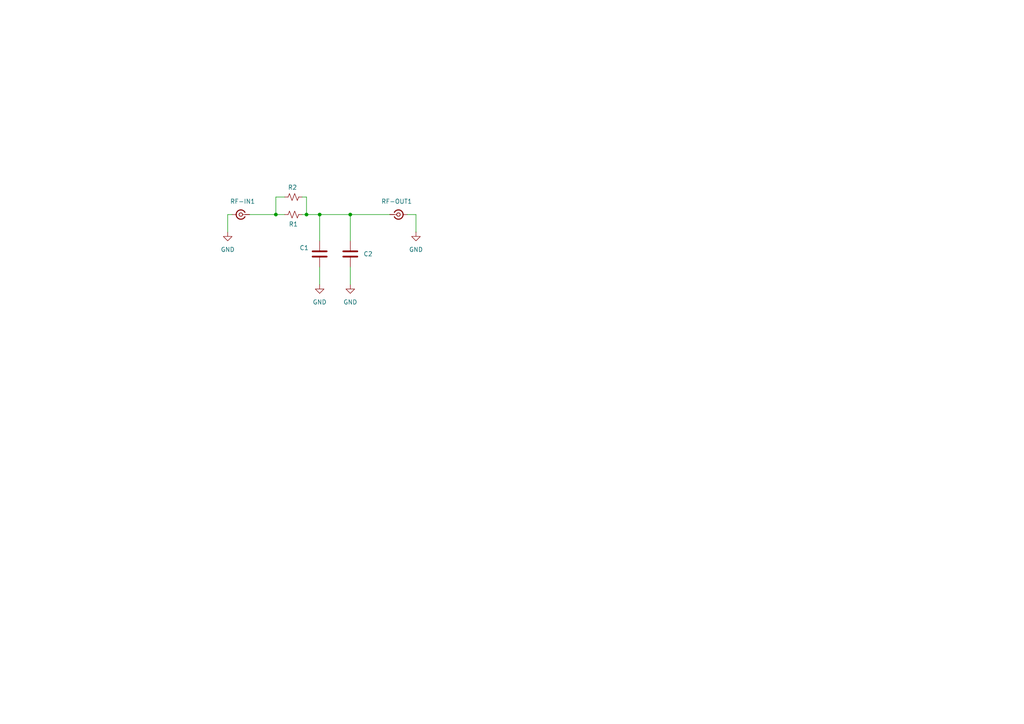
<source format=kicad_sch>
(kicad_sch (version 20231120) (generator "eeschema") (generator_version "8.0")
  (paper "A4")
  (lib_symbols
    (symbol "Connector:Conn_Coaxial_Small" (pin_numbers hide) (pin_names (offset 1.016) hide)
      (property "Reference" "J" (at 0.254 3.048 0))
      (property "Value" "Conn_Coaxial_Small" (at 0 -3.81 0))
      (symbol "Conn_Coaxial_Small_0_1"
        (polyline (pts (xy -2.54 0) (xy -0.508 0)))
        (circle (center 0 0) (radius 0.508) (stroke (width 0.2032)))
      )
      (symbol "Conn_Coaxial_Small_1_1"
        (arc (start -1.1916 -0.6311) (mid 0.327 -1.3081) (end 1.3484 0.0039) (stroke (width 0.3048)))
        (arc (start 1.3484 -0.0039) (mid 0.327 1.3081) (end -1.1916 0.6311) (stroke (width 0.3048)))
        (pin passive line (at -2.54 0 0) (length 1.27) (name "In") (number "1"))
        (pin passive line (at 2.54 0 180) (length 1.27) (name "Ext") (number "2"))
      )
    )
    (symbol "Device:C" (pin_numbers hide) (pin_names (offset 0.254))
      (property "Reference" "C" (at 0.635 2.54 0))
      (property "Value" "C" (at 0.635 -2.54 0))
      (symbol "C_0_1"
        (polyline (pts (xy -2.032 -0.762) (xy 2.032 -0.762)) (stroke (width 0.508)))
        (polyline (pts (xy -2.032 0.762) (xy 2.032 0.762)) (stroke (width 0.508)))
      )
      (symbol "C_1_1"
        (pin passive line (at 0 3.81 270) (length 2.794) (name "~") (number "1"))
        (pin passive line (at 0 -3.81 90) (length 2.794) (name "~") (number "2"))
      )
    )
    (symbol "Device:R_Small_US" (pin_numbers hide) (pin_names (offset 0.254) hide)
      (property "Reference" "R" (at 0.762 0.508 0))
      (property "Value" "R_Small_US" (at 0.762 -1.016 0))
      (symbol "R_Small_US_1_1"
        (polyline (pts (xy 0 0) (xy 1.016 -0.381) (xy 0 -0.762) (xy -1.016 -1.143) (xy 0 -1.524)))
        (polyline (pts (xy 0 1.524) (xy 1.016 1.143) (xy 0 0.762) (xy -1.016 0.381) (xy 0 0)))
        (pin passive line (at 0 2.54 270) (length 1.016) (name "~") (number "1"))
        (pin passive line (at 0 -2.54 90) (length 1.016) (name "~") (number "2"))
      )
    )
    (symbol "power:GND" (power) (pin_numbers hide) (pin_names (offset 0) hide)
      (property "Value" "GND" (at 0 -3.81 0))
      (symbol "GND_0_1"
        (polyline (pts (xy 0 0) (xy 0 -1.27) (xy 1.27 -1.27) (xy 0 -2.54) (xy -1.27 -1.27) (xy 0 -1.27)))
      )
      (symbol "GND_1_1"
        (pin power_in line (at 0 0 270) (length 0) (name "~") (number "1"))
      )
    )
  )
  (junction (at 80.01 62.23))
  (junction (at 101.6 62.23))
  (junction (at 88.9 62.23))
  (junction (at 92.71 62.23))
  (wire (pts (xy 120.65 62.23) (xy 118.11 62.23)))
  (wire (pts (xy 120.65 67.31) (xy 120.65 62.23)))
  (wire (pts (xy 101.6 62.23) (xy 92.71 62.23)))
  (wire (pts (xy 92.71 69.85) (xy 92.71 62.23)))
  (wire (pts (xy 101.6 62.23) (xy 113.03 62.23)))
  (wire (pts (xy 101.6 69.85) (xy 101.6 62.23)))
  (wire (pts (xy 87.63 57.15) (xy 88.9 57.15)))
  (wire (pts (xy 66.04 62.23) (xy 67.31 62.23)))
  (wire (pts (xy 72.39 62.23) (xy 80.01 62.23)))
  (wire (pts (xy 82.55 57.15) (xy 80.01 57.15)))
  (wire (pts (xy 66.04 67.31) (xy 66.04 62.23)))
  (wire (pts (xy 88.9 62.23) (xy 87.63 62.23)))
  (wire (pts (xy 92.71 77.47) (xy 92.71 82.55)))
  (wire (pts (xy 101.6 77.47) (xy 101.6 82.55)))
  (wire (pts (xy 88.9 57.15) (xy 88.9 62.23)))
  (wire (pts (xy 92.71 62.23) (xy 88.9 62.23)))
  (wire (pts (xy 80.01 62.23) (xy 82.55 62.23)))
  (wire (pts (xy 80.01 57.15) (xy 80.01 62.23)))
  (symbol (lib_id "power:GND") (at 120.65 67.31 0) (unit 1)
    (property "Reference" "#PWR03" (effects (hide yes)))
    (property "Value" "GND" (at 120.65 72.39 0))
    (property "Description" "Power symbol creates a global label with name \"GND\" , ground" (effects (hide yes)))
  )
  (symbol (lib_id "power:GND") (at 66.04 67.31 0) (unit 1)
    (property "Reference" "#PWR04" (effects (hide yes)))
    (property "Value" "GND" (at 66.04 72.39 0))
    (property "Description" "Power symbol creates a global label with name \"GND\" , ground" (effects (hide yes)))
  )
  (symbol (lib_id "Connector:Conn_Coaxial_Small") (at 115.57 62.23 0) (unit 1)
    (property "Reference" "RF-OUT1" (at 115.0504 58.42 0))
    (property "Value" "Conn_Coaxial_Small" (effects (hide yes)))
    (property "Footprint" "Connector_Coaxial:SMA_Amphenol_901-143_Horizontal" (effects (hide yes)))
    (property "Datasheet" " ~" (effects (hide yes)))
    (property "Description" "small coaxial connector (BNC, SMA, SMB, SMC, Cinch/RCA, LEMO, ...)" (effects (hide yes)))
  )
  (symbol (lib_id "Device:R_Small_US") (at 85.09 57.15 90) (unit 1)
    (property "Reference" "R2" (at 84.836 54.356 90))
    (property "Value" "R_Small_US" (effects (hide yes)))
    (property "Footprint" "Resistor_THT:R_Axial_DIN0204_L3.6mm_D1.6mm_P5.08mm_Horizontal" (effects (hide yes)))
    (property "Description" "Resistor, small US symbol" (effects (hide yes)))
  )
  (symbol (lib_id "power:GND") (at 92.71 82.55 0) (unit 1)
    (property "Reference" "#PWR01" (effects (hide yes)))
    (property "Value" "GND" (at 92.71 87.63 0))
    (property "Description" "Power symbol creates a global label with name \"GND\" , ground" (effects (hide yes)))
  )
  (symbol (lib_id "Connector:Conn_Coaxial_Small") (at 69.85 62.23 180) (unit 1)
    (property "Reference" "RF-IN1" (at 70.3695 58.42 0))
    (property "Value" "Conn_Coaxial_Small" (effects (hide yes)))
    (property "Footprint" "Connector_Coaxial:SMA_Amphenol_901-143_Horizontal" (effects (hide yes)))
    (property "Datasheet" " ~" (effects (hide yes)))
    (property "Description" "small coaxial connector (BNC, SMA, SMB, SMC, Cinch/RCA, LEMO, ...)" (effects (hide yes)))
  )
  (symbol (lib_id "Device:C") (at 101.6 73.66 0) (unit 1)
    (property "Reference" "C2" (at 105.41 73.6599 0) (effects (justify left)))
    (property "Value" "C" (effects (hide yes)))
    (property "Footprint" "Capacitor_THT:C_Axial_L3.8mm_D2.6mm_P7.50mm_Horizontal" (effects (hide yes)))
    (property "Description" "Unpolarized capacitor" (effects (hide yes)))
  )
  (symbol (lib_id "Device:C") (at 92.71 73.66 0) (unit 1)
    (property "Reference" "C1" (at 86.868 71.882 0) (effects (justify left)))
    (property "Value" "C" (effects (hide yes)))
    (property "Footprint" "Capacitor_SMD:C_1206_3216Metric" (effects (hide yes)))
    (property "Description" "Unpolarized capacitor" (effects (hide yes)))
  )
  (symbol (lib_id "power:GND") (at 101.6 82.55 0) (unit 1)
    (property "Reference" "#PWR02" (effects (hide yes)))
    (property "Value" "GND" (at 101.6 87.63 0))
    (property "Description" "Power symbol creates a global label with name \"GND\" , ground" (effects (hide yes)))
  )
  (symbol (lib_id "Device:R_Small_US") (at 85.09 62.23 90) (unit 1)
    (property "Reference" "R1" (at 85.09 65.024 90))
    (property "Value" "R_Small_US" (effects (hide yes)))
    (property "Footprint" "Resistor_SMD:R_1206_3216Metric" (effects (hide yes)))
    (property "Description" "Resistor, small US symbol" (effects (hide yes)))
  )
)
</source>
